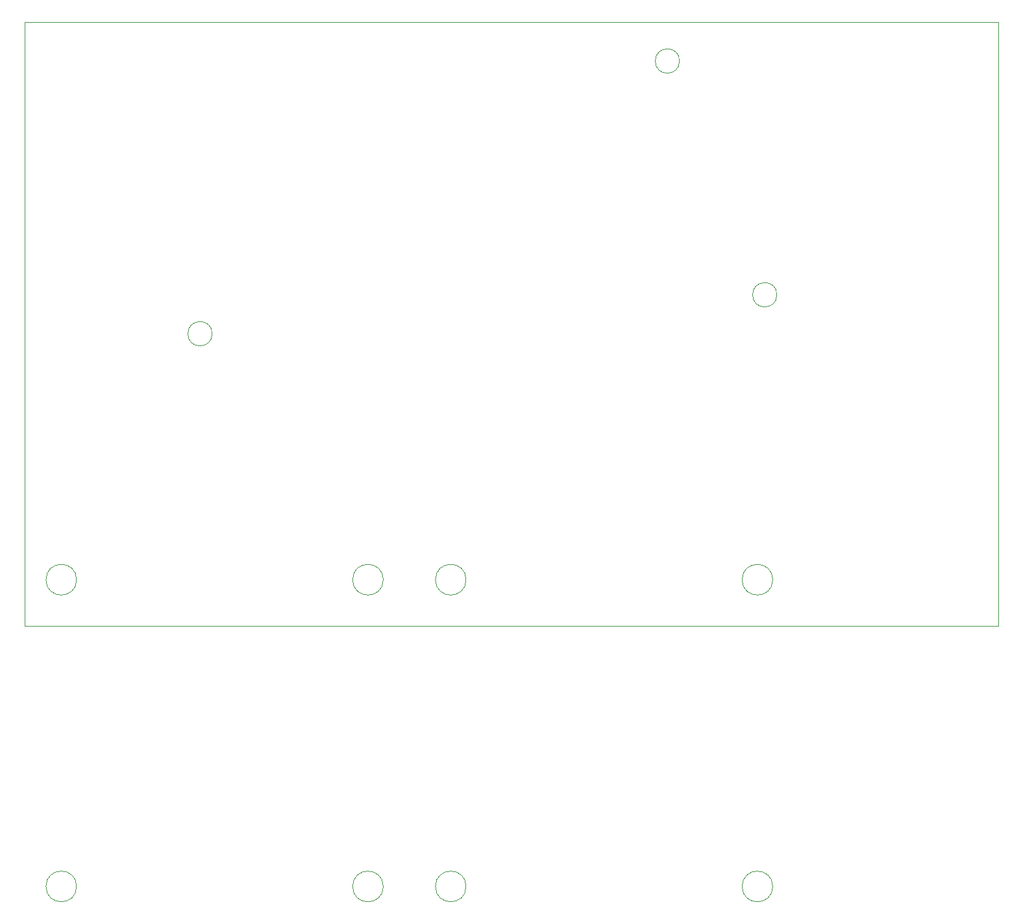
<source format=gm1>
%TF.GenerationSoftware,KiCad,Pcbnew,8.0.7*%
%TF.CreationDate,2025-04-14T19:46:08-06:00*%
%TF.ProjectId,shield_r0.2,73686965-6c64-45f7-9230-2e322e6b6963,rev?*%
%TF.SameCoordinates,Original*%
%TF.FileFunction,Profile,NP*%
%FSLAX46Y46*%
G04 Gerber Fmt 4.6, Leading zero omitted, Abs format (unit mm)*
G04 Created by KiCad (PCBNEW 8.0.7) date 2025-04-14 19:46:08*
%MOMM*%
%LPD*%
G01*
G04 APERTURE LIST*
%TA.AperFunction,Profile*%
%ADD10C,0.100000*%
%TD*%
%TA.AperFunction,Profile*%
%ADD11C,0.050000*%
%TD*%
G04 APERTURE END LIST*
D10*
X0Y0D02*
X127000000Y0D01*
X127000000Y-78740000D01*
X0Y-78740000D01*
X0Y0D01*
D11*
%TO.C,U1*%
X24447500Y-40640000D02*
G75*
G02*
X21272500Y-40640000I-1587500J0D01*
G01*
X21272500Y-40640000D02*
G75*
G02*
X24447500Y-40640000I1587500J0D01*
G01*
X85407500Y-5080000D02*
G75*
G02*
X82232500Y-5080000I-1587500J0D01*
G01*
X82232500Y-5080000D02*
G75*
G02*
X85407500Y-5080000I1587500J0D01*
G01*
X98107500Y-35560000D02*
G75*
G02*
X94932500Y-35560000I-1587500J0D01*
G01*
X94932500Y-35560000D02*
G75*
G02*
X98107500Y-35560000I1587500J0D01*
G01*
%TO.C,IBT1*%
X57565000Y-72710000D02*
G75*
G02*
X53565000Y-72710000I-2000000J0D01*
G01*
X53565000Y-72710000D02*
G75*
G02*
X57565000Y-72710000I2000000J0D01*
G01*
X57565000Y-112710000D02*
G75*
G02*
X53565000Y-112710000I-2000000J0D01*
G01*
X53565000Y-112710000D02*
G75*
G02*
X57565000Y-112710000I2000000J0D01*
G01*
X97565000Y-72710000D02*
G75*
G02*
X93565000Y-72710000I-2000000J0D01*
G01*
X93565000Y-72710000D02*
G75*
G02*
X97565000Y-72710000I2000000J0D01*
G01*
X97565000Y-112710000D02*
G75*
G02*
X93565000Y-112710000I-2000000J0D01*
G01*
X93565000Y-112710000D02*
G75*
G02*
X97565000Y-112710000I2000000J0D01*
G01*
%TO.C,IBT2*%
X6765000Y-72710000D02*
G75*
G02*
X2765000Y-72710000I-2000000J0D01*
G01*
X2765000Y-72710000D02*
G75*
G02*
X6765000Y-72710000I2000000J0D01*
G01*
X6765000Y-112710000D02*
G75*
G02*
X2765000Y-112710000I-2000000J0D01*
G01*
X2765000Y-112710000D02*
G75*
G02*
X6765000Y-112710000I2000000J0D01*
G01*
X46765000Y-72710000D02*
G75*
G02*
X42765000Y-72710000I-2000000J0D01*
G01*
X42765000Y-72710000D02*
G75*
G02*
X46765000Y-72710000I2000000J0D01*
G01*
X46765000Y-112710000D02*
G75*
G02*
X42765000Y-112710000I-2000000J0D01*
G01*
X42765000Y-112710000D02*
G75*
G02*
X46765000Y-112710000I2000000J0D01*
G01*
%TD*%
M02*

</source>
